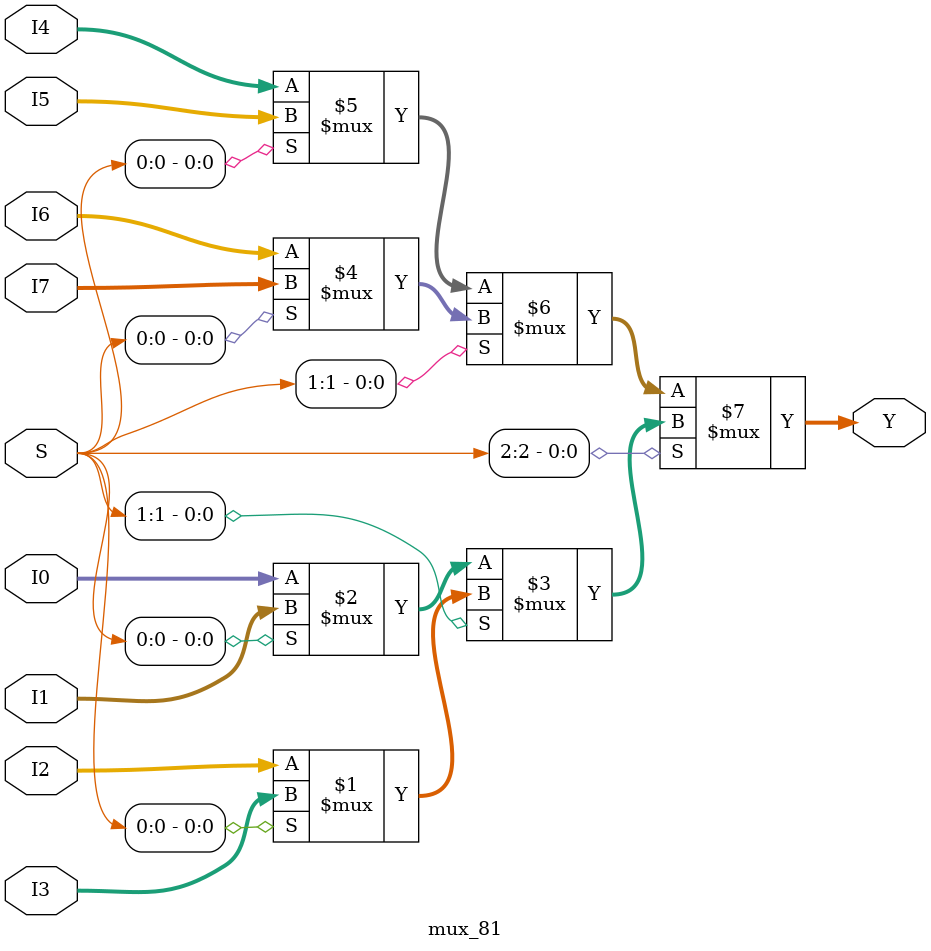
<source format=v>
module mux_81(I0, I1, I2, I3, I4, I5, I6, I7, S, Y);

output [3:0] Y;
input [3:0] I0, I1, I2, I3, I4, I5, I6, I7;
input [2:0] S;

assign Y = S[2] ? (S[1] ? (S[0]?I3:I2):(S[0]?I1:I0)) : (S[1] ? (S[0]?I7:I6):(S[0]?I5:I4));

endmodule  
</source>
